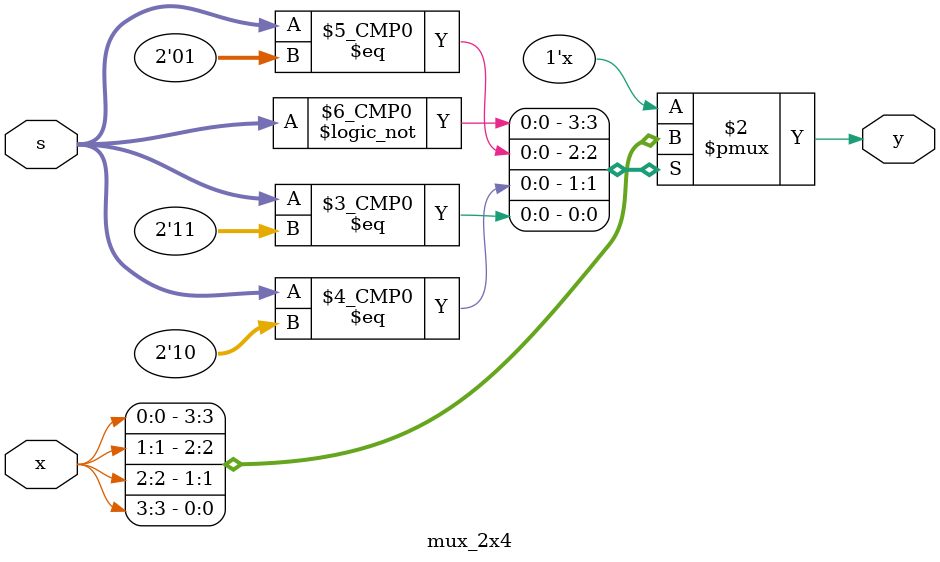
<source format=v>
/************************************************************
* Module: mux_2x4                                     		*
* Description:  This functions as a generalized 2 to 4 mux. *
*               the width of the input and output can be    *
*               specified as a parameter.                   *
* Input parameters: width, select line, input			    *
* Returns: output of mux                                    *
* Usages: useful for selecting between various inputs		*
************************************************************/

module mux_2x4 #(parameter w = 1) (
    output reg [w - 1 : 0]y,
    input [1:0]s, input [4*w - 1 : 0]x
);

	always @(*)
		begin
			case (s)
				0: y <= x[1*w - 1 : 0];		// slice 1st output range
				1: y <= x[2*w - 1 : 1*w];	// slice 2nd output range
				2: y <= x[3*w - 1 : 2*w];	// slice 3rd output range
				3: y <= x[4*w - 1 : 3*w];	// slice 4th output range
				
				default: y <= 0; 	// default 0
			endcase
		end
endmodule
</source>
